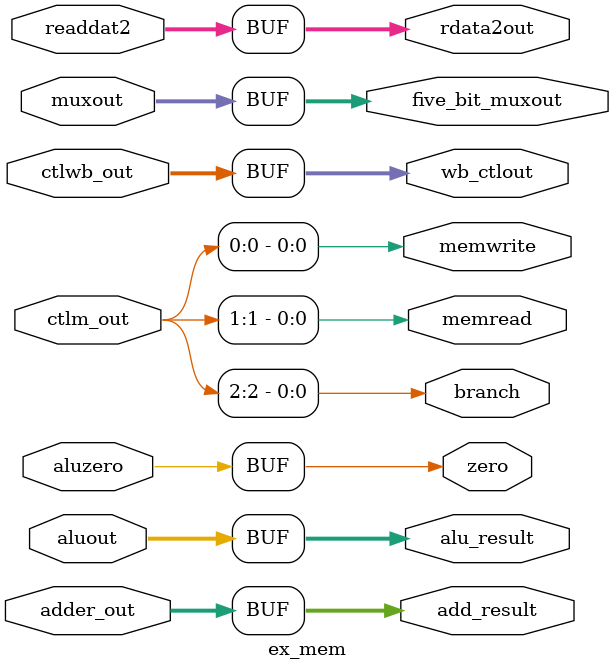
<source format=v>
/* ex_mem.v */
module ex_mem(
	input		wire	[1:0]		ctlwb_out,
	input		wire	[2:0]		ctlm_out,
	input		wire	[31:0]	adder_out,
	input		wire				aluzero,
	input		wire	[31:0]	aluout, readdat2,
	input		wire	[4:0]		muxout,
	output	reg	[1:0]		wb_ctlout,
	output	reg				branch, memread, memwrite,
	output	reg	[31:0]	add_result,
	output	reg				zero,
	output	reg	[31:0]	alu_result, rdata2out,
	output	reg	[4:0]		five_bit_muxout
    );

	initial begin
		// Initialize outputs to 0
		wb_ctlout <= 0; 
		branch <= 0; memread <= 0; memwrite <= 0;
		add_result <= 0;
		zero <= 0;
		alu_result <= 0; rdata2out <= 0;
		five_bit_muxout <= 0;
	end

	always@* begin
		// Inputs wired to corresponding outputs
		#1;
		wb_ctlout <= ctlwb_out;
		branch <= ctlm_out[2];    
		memread <= ctlm_out[1];
		memwrite <= ctlm_out[0]; 
      add_result <= adder_out;   
		zero <= aluzero;
		alu_result <= aluout;
		rdata2out <= readdat2;
		five_bit_muxout <= muxout;
	end
endmodule // ex_mem
</source>
